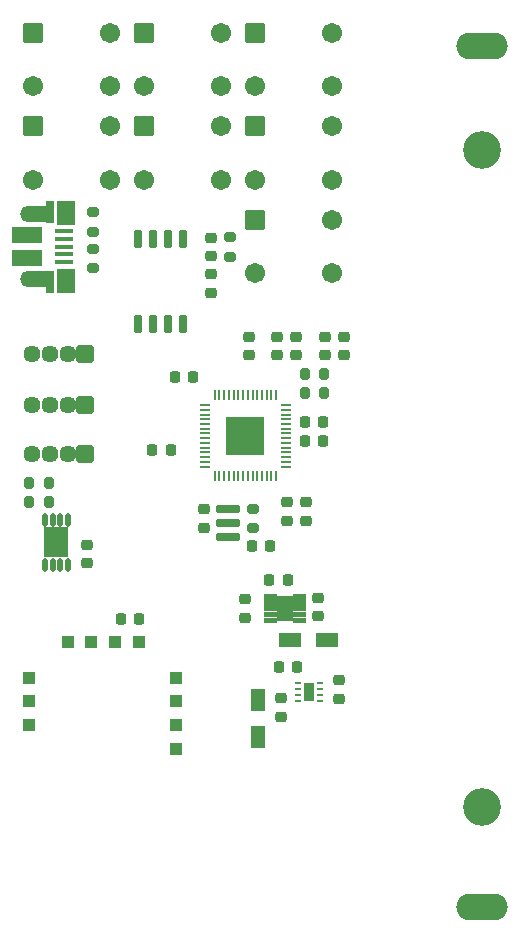
<source format=gbr>
%TF.GenerationSoftware,KiCad,Pcbnew,7.0.10*%
%TF.CreationDate,2024-12-09T12:22:18+01:00*%
%TF.ProjectId,dalmierz,64616c6d-6965-4727-9a2e-6b696361645f,rev?*%
%TF.SameCoordinates,Original*%
%TF.FileFunction,Soldermask,Top*%
%TF.FilePolarity,Negative*%
%FSLAX46Y46*%
G04 Gerber Fmt 4.6, Leading zero omitted, Abs format (unit mm)*
G04 Created by KiCad (PCBNEW 7.0.10) date 2024-12-09 12:22:18*
%MOMM*%
%LPD*%
G01*
G04 APERTURE LIST*
G04 Aperture macros list*
%AMRoundRect*
0 Rectangle with rounded corners*
0 $1 Rounding radius*
0 $2 $3 $4 $5 $6 $7 $8 $9 X,Y pos of 4 corners*
0 Add a 4 corners polygon primitive as box body*
4,1,4,$2,$3,$4,$5,$6,$7,$8,$9,$2,$3,0*
0 Add four circle primitives for the rounded corners*
1,1,$1+$1,$2,$3*
1,1,$1+$1,$4,$5*
1,1,$1+$1,$6,$7*
1,1,$1+$1,$8,$9*
0 Add four rect primitives between the rounded corners*
20,1,$1+$1,$2,$3,$4,$5,0*
20,1,$1+$1,$4,$5,$6,$7,0*
20,1,$1+$1,$6,$7,$8,$9,0*
20,1,$1+$1,$8,$9,$2,$3,0*%
G04 Aperture macros list end*
%ADD10C,0.010000*%
%ADD11RoundRect,0.225000X-0.250000X0.225000X-0.250000X-0.225000X0.250000X-0.225000X0.250000X0.225000X0*%
%ADD12RoundRect,0.225000X0.250000X-0.225000X0.250000X0.225000X-0.250000X0.225000X-0.250000X-0.225000X0*%
%ADD13RoundRect,0.050000X-0.387500X-0.050000X0.387500X-0.050000X0.387500X0.050000X-0.387500X0.050000X0*%
%ADD14RoundRect,0.050000X-0.050000X-0.387500X0.050000X-0.387500X0.050000X0.387500X-0.050000X0.387500X0*%
%ADD15R,3.200000X3.200000*%
%ADD16RoundRect,0.200000X0.275000X-0.200000X0.275000X0.200000X-0.275000X0.200000X-0.275000X-0.200000X0*%
%ADD17RoundRect,0.225000X-0.225000X-0.250000X0.225000X-0.250000X0.225000X0.250000X-0.225000X0.250000X0*%
%ADD18RoundRect,0.200000X-0.200000X-0.275000X0.200000X-0.275000X0.200000X0.275000X-0.200000X0.275000X0*%
%ADD19RoundRect,0.200000X-0.275000X0.200000X-0.275000X-0.200000X0.275000X-0.200000X0.275000X0.200000X0*%
%ADD20RoundRect,0.150000X-0.150000X0.650000X-0.150000X-0.650000X0.150000X-0.650000X0.150000X0.650000X0*%
%ADD21R,0.500000X0.250000*%
%ADD22R,0.900000X1.600000*%
%ADD23RoundRect,0.102000X-0.950000X0.200000X-0.950000X-0.200000X0.950000X-0.200000X0.950000X0.200000X0*%
%ADD24RoundRect,0.102000X-0.619000X-0.619000X0.619000X-0.619000X0.619000X0.619000X-0.619000X0.619000X0*%
%ADD25C,1.442000*%
%ADD26RoundRect,0.225000X0.225000X0.250000X-0.225000X0.250000X-0.225000X-0.250000X0.225000X-0.250000X0*%
%ADD27R,1.650000X0.400000*%
%ADD28R,0.700000X1.825000*%
%ADD29R,1.500000X2.000000*%
%ADD30R,2.000000X1.350000*%
%ADD31O,1.700000X1.350000*%
%ADD32O,1.500000X1.100000*%
%ADD33R,2.500000X1.430000*%
%ADD34RoundRect,0.102000X-0.749000X-0.749000X0.749000X-0.749000X0.749000X0.749000X-0.749000X0.749000X0*%
%ADD35C,1.702000*%
%ADD36RoundRect,0.200000X0.200000X0.275000X-0.200000X0.275000X-0.200000X-0.275000X0.200000X-0.275000X0*%
%ADD37C,3.200000*%
%ADD38O,4.344000X2.274000*%
%ADD39RoundRect,0.102000X-0.840000X-0.505000X0.840000X-0.505000X0.840000X0.505000X-0.840000X0.505000X0*%
%ADD40RoundRect,0.102000X-0.505000X0.840000X-0.505000X-0.840000X0.505000X-0.840000X0.505000X0.840000X0*%
%ADD41RoundRect,0.218750X0.256250X-0.218750X0.256250X0.218750X-0.256250X0.218750X-0.256250X-0.218750X0*%
%ADD42R,1.000000X1.000000*%
%ADD43RoundRect,0.125610X0.111390X-0.431390X0.111390X0.431390X-0.111390X0.431390X-0.111390X-0.431390X0*%
%ADD44RoundRect,0.102000X0.900000X-1.200000X0.900000X1.200000X-0.900000X1.200000X-0.900000X-1.200000X0*%
G04 APERTURE END LIST*
%TO.C,U2*%
D10*
X146650000Y-114980000D02*
X145700000Y-114980000D01*
X145700000Y-114580000D01*
X146650000Y-114580000D01*
X146650000Y-114980000D01*
G36*
X146650000Y-114980000D02*
G01*
X145700000Y-114980000D01*
X145700000Y-114580000D01*
X146650000Y-114580000D01*
X146650000Y-114980000D01*
G37*
X146650000Y-115480000D02*
X145700000Y-115480000D01*
X145700000Y-115080000D01*
X146650000Y-115080000D01*
X146650000Y-115480000D01*
G36*
X146650000Y-115480000D02*
G01*
X145700000Y-115480000D01*
X145700000Y-115080000D01*
X146650000Y-115080000D01*
X146650000Y-115480000D01*
G37*
X146650000Y-115980000D02*
X145700000Y-115980000D01*
X145700000Y-115580000D01*
X146650000Y-115580000D01*
X146650000Y-115980000D01*
G36*
X146650000Y-115980000D02*
G01*
X145700000Y-115980000D01*
X145700000Y-115580000D01*
X146650000Y-115580000D01*
X146650000Y-115980000D01*
G37*
X146650000Y-116480000D02*
X145700000Y-116480000D01*
X145700000Y-116080000D01*
X146650000Y-116080000D01*
X146650000Y-116480000D01*
G36*
X146650000Y-116480000D02*
G01*
X145700000Y-116480000D01*
X145700000Y-116080000D01*
X146650000Y-116080000D01*
X146650000Y-116480000D01*
G37*
X146650000Y-116980000D02*
X145700000Y-116980000D01*
X145700000Y-116580000D01*
X146650000Y-116580000D01*
X146650000Y-116980000D01*
G36*
X146650000Y-116980000D02*
G01*
X145700000Y-116980000D01*
X145700000Y-116580000D01*
X146650000Y-116580000D01*
X146650000Y-116980000D01*
G37*
X148050000Y-116830000D02*
X146750000Y-116830000D01*
X146750000Y-114730000D01*
X148050000Y-114730000D01*
X148050000Y-116830000D01*
G36*
X148050000Y-116830000D02*
G01*
X146750000Y-116830000D01*
X146750000Y-114730000D01*
X148050000Y-114730000D01*
X148050000Y-116830000D01*
G37*
X149100000Y-114980000D02*
X148150000Y-114980000D01*
X148150000Y-114580000D01*
X149100000Y-114580000D01*
X149100000Y-114980000D01*
G36*
X149100000Y-114980000D02*
G01*
X148150000Y-114980000D01*
X148150000Y-114580000D01*
X149100000Y-114580000D01*
X149100000Y-114980000D01*
G37*
X149100000Y-115480000D02*
X148150000Y-115480000D01*
X148150000Y-115080000D01*
X149100000Y-115080000D01*
X149100000Y-115480000D01*
G36*
X149100000Y-115480000D02*
G01*
X148150000Y-115480000D01*
X148150000Y-115080000D01*
X149100000Y-115080000D01*
X149100000Y-115480000D01*
G37*
X149100000Y-115980000D02*
X148150000Y-115980000D01*
X148150000Y-115580000D01*
X149100000Y-115580000D01*
X149100000Y-115980000D01*
G36*
X149100000Y-115980000D02*
G01*
X148150000Y-115980000D01*
X148150000Y-115580000D01*
X149100000Y-115580000D01*
X149100000Y-115980000D01*
G37*
X149100000Y-116480000D02*
X148150000Y-116480000D01*
X148150000Y-116080000D01*
X149100000Y-116080000D01*
X149100000Y-116480000D01*
G36*
X149100000Y-116480000D02*
G01*
X148150000Y-116480000D01*
X148150000Y-116080000D01*
X149100000Y-116080000D01*
X149100000Y-116480000D01*
G37*
X149100000Y-116980000D02*
X148150000Y-116980000D01*
X148150000Y-116580000D01*
X149100000Y-116580000D01*
X149100000Y-116980000D01*
G36*
X149100000Y-116980000D02*
G01*
X148150000Y-116980000D01*
X148150000Y-116580000D01*
X149100000Y-116580000D01*
X149100000Y-116980000D01*
G37*
%TD*%
D11*
%TO.C,C1*%
X150200000Y-114925000D03*
X150200000Y-116475000D03*
%TD*%
D12*
%TO.C,C21*%
X147100000Y-124975000D03*
X147100000Y-123425000D03*
%TD*%
D11*
%TO.C,C9*%
X149200000Y-106825000D03*
X149200000Y-108375000D03*
%TD*%
D13*
%TO.C,U1*%
X140662500Y-98600000D03*
X140662500Y-99000000D03*
X140662500Y-99400000D03*
X140662500Y-99800000D03*
X140662500Y-100200000D03*
X140662500Y-100600000D03*
X140662500Y-101000000D03*
X140662500Y-101400000D03*
X140662500Y-101800000D03*
X140662500Y-102200000D03*
X140662500Y-102600000D03*
X140662500Y-103000000D03*
X140662500Y-103400000D03*
X140662500Y-103800000D03*
D14*
X141500000Y-104637500D03*
X141900000Y-104637500D03*
X142300000Y-104637500D03*
X142700000Y-104637500D03*
X143100000Y-104637500D03*
X143500000Y-104637500D03*
X143900000Y-104637500D03*
X144300000Y-104637500D03*
X144700000Y-104637500D03*
X145100000Y-104637500D03*
X145500000Y-104637500D03*
X145900000Y-104637500D03*
X146300000Y-104637500D03*
X146700000Y-104637500D03*
D13*
X147537500Y-103800000D03*
X147537500Y-103400000D03*
X147537500Y-103000000D03*
X147537500Y-102600000D03*
X147537500Y-102200000D03*
X147537500Y-101800000D03*
X147537500Y-101400000D03*
X147537500Y-101000000D03*
X147537500Y-100600000D03*
X147537500Y-100200000D03*
X147537500Y-99800000D03*
X147537500Y-99400000D03*
X147537500Y-99000000D03*
X147537500Y-98600000D03*
D14*
X146700000Y-97762500D03*
X146300000Y-97762500D03*
X145900000Y-97762500D03*
X145500000Y-97762500D03*
X145100000Y-97762500D03*
X144700000Y-97762500D03*
X144300000Y-97762500D03*
X143900000Y-97762500D03*
X143500000Y-97762500D03*
X143100000Y-97762500D03*
X142700000Y-97762500D03*
X142300000Y-97762500D03*
X141900000Y-97762500D03*
X141500000Y-97762500D03*
D15*
X144100000Y-101200000D03*
%TD*%
D16*
%TO.C,R13*%
X131200000Y-83925000D03*
X131200000Y-82275000D03*
%TD*%
D17*
%TO.C,C17*%
X144625000Y-110500000D03*
X146175000Y-110500000D03*
%TD*%
D18*
%TO.C,R7*%
X149125000Y-97600000D03*
X150775000Y-97600000D03*
%TD*%
D12*
%TO.C,C14*%
X150800000Y-94375000D03*
X150800000Y-92825000D03*
%TD*%
D11*
%TO.C,C15*%
X141200000Y-87525000D03*
X141200000Y-89075000D03*
%TD*%
D18*
%TO.C,R3*%
X125775000Y-105200000D03*
X127425000Y-105200000D03*
%TD*%
D19*
%TO.C,R14*%
X144700000Y-107375000D03*
X144700000Y-109025000D03*
%TD*%
D20*
%TO.C,U4*%
X138805000Y-84500000D03*
X137535000Y-84500000D03*
X136265000Y-84500000D03*
X134995000Y-84500000D03*
X134995000Y-91700000D03*
X136265000Y-91700000D03*
X137535000Y-91700000D03*
X138805000Y-91700000D03*
%TD*%
D21*
%TO.C,U6*%
X150450000Y-123650000D03*
X150450000Y-123150000D03*
X150450000Y-122650000D03*
X150450000Y-122150000D03*
X148550000Y-122150000D03*
X148550000Y-122650000D03*
X148550000Y-123150000D03*
X148550000Y-123650000D03*
D22*
X149500000Y-122900000D03*
%TD*%
D23*
%TO.C,Y1*%
X142600000Y-107400000D03*
X142600000Y-108600000D03*
X142600000Y-109800000D03*
%TD*%
D17*
%TO.C,C3*%
X133525000Y-116700000D03*
X135075000Y-116700000D03*
%TD*%
D16*
%TO.C,R11*%
X142800000Y-86025000D03*
X142800000Y-84375000D03*
%TD*%
D24*
%TO.C,J2*%
X130550000Y-102750000D03*
D25*
X129050000Y-102750000D03*
X127550000Y-102750000D03*
X126050000Y-102750000D03*
%TD*%
D12*
%TO.C,C20*%
X152000000Y-123445000D03*
X152000000Y-121895000D03*
%TD*%
D26*
%TO.C,C6*%
X150675000Y-101600000D03*
X149125000Y-101600000D03*
%TD*%
D27*
%TO.C,J1*%
X128765000Y-83875000D03*
X128765000Y-84525000D03*
X128765000Y-85175000D03*
X128765000Y-85825000D03*
X128765000Y-86475000D03*
D28*
X127565000Y-82225000D03*
D29*
X128865000Y-82325000D03*
D30*
X126815000Y-82445000D03*
D31*
X125885000Y-82445000D03*
D32*
X128885000Y-82755000D03*
D33*
X125615000Y-84215000D03*
X125615000Y-86135000D03*
D32*
X128885000Y-87595000D03*
D31*
X125885000Y-87905000D03*
D30*
X126815000Y-87925000D03*
D29*
X128885000Y-88075000D03*
D28*
X127565000Y-88175000D03*
%TD*%
D34*
%TO.C,SW2*%
X135532250Y-67050000D03*
D35*
X142032250Y-67050000D03*
X135532250Y-71550000D03*
X142032250Y-71550000D03*
%TD*%
D36*
%TO.C,R9*%
X150775000Y-96000000D03*
X149125000Y-96000000D03*
%TD*%
D34*
%TO.C,SW1*%
X144914500Y-67050000D03*
D35*
X151414500Y-67050000D03*
X144914500Y-71550000D03*
X151414500Y-71550000D03*
%TD*%
D17*
%TO.C,C4*%
X138125000Y-96200000D03*
X139675000Y-96200000D03*
%TD*%
D34*
%TO.C,SW5*%
X135532250Y-75000000D03*
D35*
X142032250Y-75000000D03*
X135532250Y-79500000D03*
X142032250Y-79500000D03*
%TD*%
D34*
%TO.C,SW3*%
X126150000Y-67050000D03*
D35*
X132650000Y-67050000D03*
X126150000Y-71550000D03*
X132650000Y-71550000D03*
%TD*%
D34*
%TO.C,SW6*%
X126150000Y-75000000D03*
D35*
X132650000Y-75000000D03*
X126150000Y-79500000D03*
X132650000Y-79500000D03*
%TD*%
D24*
%TO.C,J7*%
X130550000Y-94300000D03*
D25*
X129050000Y-94300000D03*
X127550000Y-94300000D03*
X126050000Y-94300000D03*
%TD*%
D37*
%TO.C,BT1*%
X164100000Y-132605000D03*
X164100000Y-76990000D03*
D38*
X164100000Y-141100000D03*
X164100000Y-68200000D03*
%TD*%
D39*
%TO.C,D1*%
X147842500Y-118500000D03*
X150982500Y-118500000D03*
%TD*%
D12*
%TO.C,C11*%
X144400000Y-94375000D03*
X144400000Y-92825000D03*
%TD*%
%TO.C,C12*%
X148400000Y-94375000D03*
X148400000Y-92825000D03*
%TD*%
D34*
%TO.C,SW4*%
X144914500Y-75000000D03*
D35*
X151414500Y-75000000D03*
X144914500Y-79500000D03*
X151414500Y-79500000D03*
%TD*%
D17*
%TO.C,C5*%
X136225000Y-102400000D03*
X137775000Y-102400000D03*
%TD*%
D26*
%TO.C,C7*%
X150675000Y-100000000D03*
X149125000Y-100000000D03*
%TD*%
D24*
%TO.C,J3*%
X130550000Y-98550000D03*
D25*
X129050000Y-98550000D03*
X127550000Y-98550000D03*
X126050000Y-98550000D03*
%TD*%
D36*
%TO.C,R2*%
X127425000Y-106800000D03*
X125775000Y-106800000D03*
%TD*%
D11*
%TO.C,C19*%
X130700000Y-110425000D03*
X130700000Y-111975000D03*
%TD*%
D40*
%TO.C,D3*%
X145200000Y-123542500D03*
X145200000Y-126682500D03*
%TD*%
D12*
%TO.C,C18*%
X141200000Y-85975000D03*
X141200000Y-84425000D03*
%TD*%
D34*
%TO.C,SW7*%
X144914500Y-82950000D03*
D35*
X151414500Y-82950000D03*
X144914500Y-87450000D03*
X151414500Y-87450000D03*
%TD*%
D12*
%TO.C,C8*%
X147600000Y-108375000D03*
X147600000Y-106825000D03*
%TD*%
D11*
%TO.C,C16*%
X140600000Y-107425000D03*
X140600000Y-108975000D03*
%TD*%
D17*
%TO.C,C22*%
X146925000Y-120800000D03*
X148475000Y-120800000D03*
%TD*%
D41*
%TO.C,L1*%
X144100000Y-116587500D03*
X144100000Y-115012500D03*
%TD*%
D42*
%TO.C,B1*%
X125755000Y-125685000D03*
X125755000Y-123685000D03*
X125755000Y-121685000D03*
X129045000Y-118675000D03*
X131045000Y-118675000D03*
X133045000Y-118675000D03*
X135045000Y-118675000D03*
X138245000Y-121675000D03*
X138245000Y-123675000D03*
X138245000Y-125675000D03*
X138245000Y-127675000D03*
%TD*%
D19*
%TO.C,R12*%
X131200000Y-85375000D03*
X131200000Y-87025000D03*
%TD*%
D12*
%TO.C,C10*%
X146800000Y-94375000D03*
X146800000Y-92825000D03*
%TD*%
D17*
%TO.C,C2*%
X146125000Y-113400000D03*
X147675000Y-113400000D03*
%TD*%
D12*
%TO.C,C13*%
X152400000Y-94375000D03*
X152400000Y-92825000D03*
%TD*%
D43*
%TO.C,U5*%
X127125000Y-112100000D03*
X127775000Y-112100000D03*
X128425000Y-112100000D03*
X129075000Y-112100000D03*
X129075000Y-108300000D03*
X128425000Y-108300000D03*
X127775000Y-108300000D03*
X127125000Y-108300000D03*
D44*
X128100000Y-110200000D03*
%TD*%
M02*

</source>
